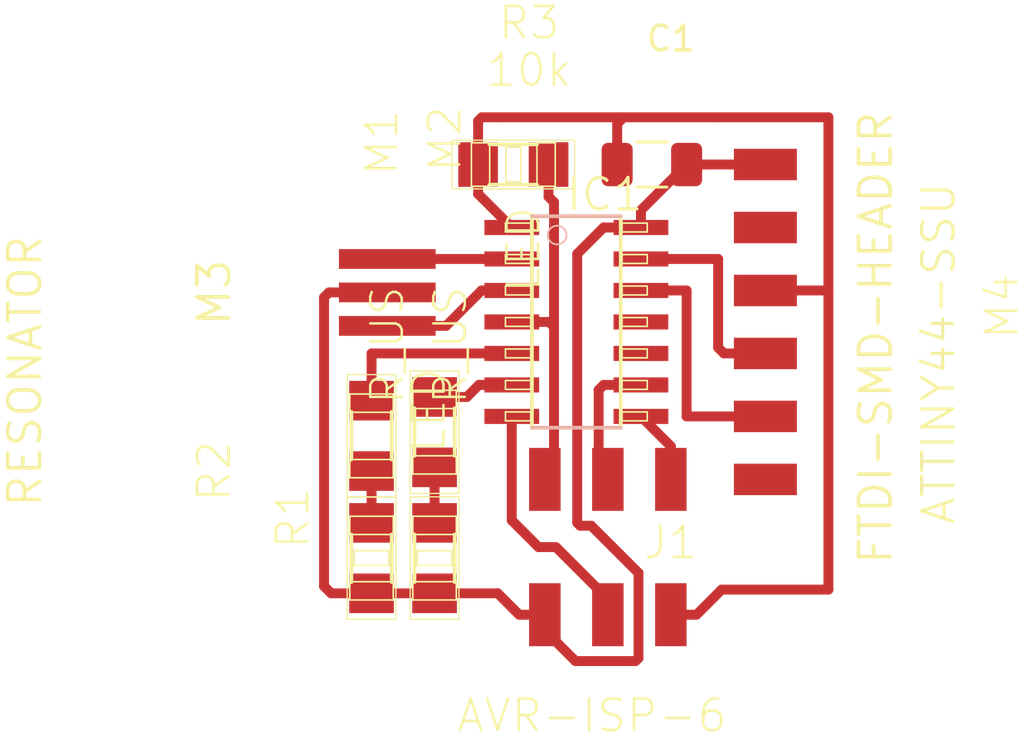
<source format=kicad_pcb>
(kicad_pcb (version 20171130) (host pcbnew 5.0.1-33cea8e~68~ubuntu16.04.1)

  (general
    (thickness 1.6)
    (drawings 0)
    (tracks 84)
    (zones 0)
    (modules 10)
    (nets 19)
  )

  (page A4)
  (layers
    (0 F.Cu signal)
    (31 B.Cu signal)
    (32 B.Adhes user)
    (33 F.Adhes user)
    (34 B.Paste user)
    (35 F.Paste user)
    (36 B.SilkS user)
    (37 F.SilkS user)
    (38 B.Mask user)
    (39 F.Mask user)
    (40 Dwgs.User user)
    (41 Cmts.User user)
    (42 Eco1.User user)
    (43 Eco2.User user)
    (44 Edge.Cuts user)
    (45 Margin user)
    (46 B.CrtYd user)
    (47 F.CrtYd user)
    (48 B.Fab user)
    (49 F.Fab user)
  )

  (setup
    (last_trace_width 0.4)
    (trace_clearance 0.4)
    (zone_clearance 0.508)
    (zone_45_only no)
    (trace_min 0.2)
    (segment_width 0.2)
    (edge_width 0.15)
    (via_size 0.8)
    (via_drill 0.4)
    (via_min_size 0.4)
    (via_min_drill 0.3)
    (uvia_size 0.3)
    (uvia_drill 0.1)
    (uvias_allowed no)
    (uvia_min_size 0.2)
    (uvia_min_drill 0.1)
    (pcb_text_width 0.3)
    (pcb_text_size 1.5 1.5)
    (mod_edge_width 0.15)
    (mod_text_size 1 1)
    (mod_text_width 0.15)
    (pad_size 1.524 1.524)
    (pad_drill 0.762)
    (pad_to_mask_clearance 0.051)
    (solder_mask_min_width 0.25)
    (aux_axis_origin 0 0)
    (visible_elements FFFFFF7F)
    (pcbplotparams
      (layerselection 0x010fc_ffffffff)
      (usegerberextensions false)
      (usegerberattributes false)
      (usegerberadvancedattributes false)
      (creategerberjobfile false)
      (excludeedgelayer true)
      (linewidth 0.100000)
      (plotframeref false)
      (viasonmask false)
      (mode 1)
      (useauxorigin false)
      (hpglpennumber 1)
      (hpglpenspeed 20)
      (hpglpendiameter 15.000000)
      (psnegative false)
      (psa4output false)
      (plotreference true)
      (plotvalue true)
      (plotinvisibletext false)
      (padsonsilk false)
      (subtractmaskfromsilk false)
      (outputformat 1)
      (mirror false)
      (drillshape 1)
      (scaleselection 1)
      (outputdirectory ""))
  )

  (net 0 "")
  (net 1 +5V)
  (net 2 Earth)
  (net 3 "Net-(IC1-Pad2)")
  (net 4 "Net-(IC1-Pad3)")
  (net 5 /RESET)
  (net 6 /MOSI)
  (net 7 /MISO)
  (net 8 /SCK)
  (net 9 /LED2)
  (net 10 /LED1)
  (net 11 "Net-(IC1-Pad12)")
  (net 12 "Net-(IC1-Pad13)")
  (net 13 "Net-(M4-Pad2)")
  (net 14 "Net-(M4-Pad6)")
  (net 15 "Net-(IC1-Pad10)")
  (net 16 "Net-(IC1-Pad11)")
  (net 17 "Net-(M1-Pad2)")
  (net 18 "Net-(M2-Pad2)")

  (net_class Default "This is the default net class."
    (clearance 0.4)
    (trace_width 0.4)
    (via_dia 0.8)
    (via_drill 0.4)
    (uvia_dia 0.3)
    (uvia_drill 0.1)
    (add_net +5V)
    (add_net /LED1)
    (add_net /LED2)
    (add_net /MISO)
    (add_net /MOSI)
    (add_net /RESET)
    (add_net /SCK)
    (add_net Earth)
    (add_net "Net-(IC1-Pad10)")
    (add_net "Net-(IC1-Pad11)")
    (add_net "Net-(IC1-Pad12)")
    (add_net "Net-(IC1-Pad13)")
    (add_net "Net-(IC1-Pad2)")
    (add_net "Net-(IC1-Pad3)")
    (add_net "Net-(M1-Pad2)")
    (add_net "Net-(M2-Pad2)")
    (add_net "Net-(M4-Pad2)")
    (add_net "Net-(M4-Pad6)")
  )

  (module fab:fab-R1206 (layer F.Cu) (tedit 200000) (tstamp 5BFD2EAA)
    (at 184.785 118.745 90)
    (descr RESISTOR)
    (tags RESISTOR)
    (path /5BFCDD72)
    (attr smd)
    (fp_text reference R2 (at 3.51028 -6.35 90) (layer F.SilkS)
      (effects (font (size 1.27 1.27) (thickness 0.1016)))
    )
    (fp_text value R_US (at 8.59028 0.635 90) (layer F.SilkS)
      (effects (font (size 1.27 1.27) (thickness 0.1016)))
    )
    (fp_line (start -1.6891 0.8763) (end -0.9525 0.8763) (layer F.SilkS) (width 0.06604))
    (fp_line (start -0.9525 0.8763) (end -0.9525 -0.8763) (layer F.SilkS) (width 0.06604))
    (fp_line (start -1.6891 -0.8763) (end -0.9525 -0.8763) (layer F.SilkS) (width 0.06604))
    (fp_line (start -1.6891 0.8763) (end -1.6891 -0.8763) (layer F.SilkS) (width 0.06604))
    (fp_line (start 0.9525 0.8763) (end 1.6891 0.8763) (layer F.SilkS) (width 0.06604))
    (fp_line (start 1.6891 0.8763) (end 1.6891 -0.8763) (layer F.SilkS) (width 0.06604))
    (fp_line (start 0.9525 -0.8763) (end 1.6891 -0.8763) (layer F.SilkS) (width 0.06604))
    (fp_line (start 0.9525 0.8763) (end 0.9525 -0.8763) (layer F.SilkS) (width 0.06604))
    (fp_line (start -0.29972 0.6985) (end 0.29972 0.6985) (layer F.SilkS) (width 0.06604))
    (fp_line (start 0.29972 0.6985) (end 0.29972 -0.6985) (layer F.SilkS) (width 0.06604))
    (fp_line (start -0.29972 -0.6985) (end 0.29972 -0.6985) (layer F.SilkS) (width 0.06604))
    (fp_line (start -0.29972 0.6985) (end -0.29972 -0.6985) (layer F.SilkS) (width 0.06604))
    (fp_line (start 0.9525 0.8128) (end -0.9652 0.8128) (layer F.SilkS) (width 0.1524))
    (fp_line (start 0.9525 -0.8128) (end -0.9652 -0.8128) (layer F.SilkS) (width 0.1524))
    (fp_line (start -2.47142 -0.98298) (end 2.47142 -0.98298) (layer F.SilkS) (width 0.0508))
    (fp_line (start 2.47142 -0.98298) (end 2.47142 0.98298) (layer F.SilkS) (width 0.0508))
    (fp_line (start 2.47142 0.98298) (end -2.47142 0.98298) (layer F.SilkS) (width 0.0508))
    (fp_line (start -2.47142 0.98298) (end -2.47142 -0.98298) (layer F.SilkS) (width 0.0508))
    (pad 1 smd rect (at -1.41986 0 90) (size 1.59766 1.80086) (layers F.Cu F.Paste F.Mask)
      (net 2 Earth))
    (pad 2 smd rect (at 1.41986 0 90) (size 1.59766 1.80086) (layers F.Cu F.Paste F.Mask)
      (net 17 "Net-(M1-Pad2)"))
  )

  (module fab:fab-2X03SMD (layer F.Cu) (tedit 5BFCE441) (tstamp 5BFD2E41)
    (at 194.31 118.11 270)
    (path /5BFD0A02)
    (attr smd)
    (fp_text reference J1 (at 0 -2.54) (layer F.SilkS)
      (effects (font (size 1.27 1.27) (thickness 0.1016)))
    )
    (fp_text value AVR-ISP-6 (at 6.985 0.635) (layer F.SilkS)
      (effects (font (size 1.27 1.27) (thickness 0.1016)))
    )
    (pad 1 smd rect (at -2.54 -2.54 270) (size 2.54 1.27) (layers F.Cu F.Paste F.Mask)
      (net 7 /MISO))
    (pad 2 smd rect (at 2.91846 -2.54 270) (size 2.54 1.27) (layers F.Cu F.Paste F.Mask)
      (net 1 +5V))
    (pad 3 smd rect (at -2.54 0 270) (size 2.54 1.27) (layers F.Cu F.Paste F.Mask)
      (net 8 /SCK))
    (pad 4 smd rect (at 2.91846 0 270) (size 2.54 1.27) (layers F.Cu F.Paste F.Mask)
      (net 6 /MOSI))
    (pad 5 smd rect (at -2.54 2.54 270) (size 2.54 1.27) (layers F.Cu F.Paste F.Mask)
      (net 5 /RESET))
    (pad 6 smd rect (at 2.91846 2.54 270) (size 2.54 1.27) (layers F.Cu F.Paste F.Mask)
      (net 2 Earth))
  )

  (module Capacitor_SMD:C_1206_3216Metric (layer F.Cu) (tedit 5B301BBE) (tstamp 5BFD2DE8)
    (at 196.085 102.87)
    (descr "Capacitor SMD 1206 (3216 Metric), square (rectangular) end terminal, IPC_7351 nominal, (Body size source: http://www.tortai-tech.com/upload/download/2011102023233369053.pdf), generated with kicad-footprint-generator")
    (tags capacitor)
    (path /5BFE9E63)
    (attr smd)
    (fp_text reference C1 (at 0.765 -5.08) (layer F.SilkS)
      (effects (font (size 1 1) (thickness 0.15)))
    )
    (fp_text value 1uF (at 0.765 -3.175) (layer F.Fab)
      (effects (font (size 1 1) (thickness 0.15)))
    )
    (fp_line (start -1.6 0.8) (end -1.6 -0.8) (layer F.Fab) (width 0.1))
    (fp_line (start -1.6 -0.8) (end 1.6 -0.8) (layer F.Fab) (width 0.1))
    (fp_line (start 1.6 -0.8) (end 1.6 0.8) (layer F.Fab) (width 0.1))
    (fp_line (start 1.6 0.8) (end -1.6 0.8) (layer F.Fab) (width 0.1))
    (fp_line (start -0.602064 -0.91) (end 0.602064 -0.91) (layer F.SilkS) (width 0.12))
    (fp_line (start -0.602064 0.91) (end 0.602064 0.91) (layer F.SilkS) (width 0.12))
    (fp_line (start -2.28 1.12) (end -2.28 -1.12) (layer F.CrtYd) (width 0.05))
    (fp_line (start -2.28 -1.12) (end 2.28 -1.12) (layer F.CrtYd) (width 0.05))
    (fp_line (start 2.28 -1.12) (end 2.28 1.12) (layer F.CrtYd) (width 0.05))
    (fp_line (start 2.28 1.12) (end -2.28 1.12) (layer F.CrtYd) (width 0.05))
    (fp_text user %R (at 0 0) (layer F.Fab)
      (effects (font (size 0.8 0.8) (thickness 0.12)))
    )
    (pad 1 smd roundrect (at -1.4 0) (size 1.25 1.75) (layers F.Cu F.Paste F.Mask) (roundrect_rratio 0.2)
      (net 1 +5V))
    (pad 2 smd roundrect (at 1.4 0) (size 1.25 1.75) (layers F.Cu F.Paste F.Mask) (roundrect_rratio 0.2)
      (net 2 Earth))
    (model ${KISYS3DMOD}/Capacitor_SMD.3dshapes/C_1206_3216Metric.wrl
      (at (xyz 0 0 0))
      (scale (xyz 1 1 1))
      (rotate (xyz 0 0 0))
    )
  )

  (module fab:fab-SOIC14 (layer F.Cu) (tedit 200000) (tstamp 5BFD2E37)
    (at 193.04 109.22 270)
    (descr "SMALL OUTLINE PACKAGE")
    (tags "SMALL OUTLINE PACKAGE")
    (path /5BFD66F6)
    (attr smd)
    (fp_text reference IC1 (at -5.1435 -1.143) (layer F.SilkS)
      (effects (font (size 1.27 1.27) (thickness 0.127)))
    )
    (fp_text value ATTINY44-SSU (at 1.27 -14.605 270) (layer F.SilkS)
      (effects (font (size 1.27 1.27) (thickness 0.127)))
    )
    (fp_line (start -3.9878 -1.8415) (end -3.62966 -1.8415) (layer F.SilkS) (width 0.06604))
    (fp_line (start -3.62966 -1.8415) (end -3.62966 -2.8575) (layer F.SilkS) (width 0.06604))
    (fp_line (start -3.9878 -2.8575) (end -3.62966 -2.8575) (layer F.SilkS) (width 0.06604))
    (fp_line (start -3.9878 -1.8415) (end -3.9878 -2.8575) (layer F.SilkS) (width 0.06604))
    (fp_line (start -2.7178 -1.8415) (end -2.3622 -1.8415) (layer F.SilkS) (width 0.06604))
    (fp_line (start -2.3622 -1.8415) (end -2.3622 -2.8575) (layer F.SilkS) (width 0.06604))
    (fp_line (start -2.7178 -2.8575) (end -2.3622 -2.8575) (layer F.SilkS) (width 0.06604))
    (fp_line (start -2.7178 -1.8415) (end -2.7178 -2.8575) (layer F.SilkS) (width 0.06604))
    (fp_line (start -1.4478 -1.8415) (end -1.08966 -1.8415) (layer F.SilkS) (width 0.06604))
    (fp_line (start -1.08966 -1.8415) (end -1.08966 -2.8575) (layer F.SilkS) (width 0.06604))
    (fp_line (start -1.4478 -2.8575) (end -1.08966 -2.8575) (layer F.SilkS) (width 0.06604))
    (fp_line (start -1.4478 -1.8415) (end -1.4478 -2.8575) (layer F.SilkS) (width 0.06604))
    (fp_line (start -0.1778 -1.8415) (end 0.1778 -1.8415) (layer F.SilkS) (width 0.06604))
    (fp_line (start 0.1778 -1.8415) (end 0.1778 -2.8575) (layer F.SilkS) (width 0.06604))
    (fp_line (start -0.1778 -2.8575) (end 0.1778 -2.8575) (layer F.SilkS) (width 0.06604))
    (fp_line (start -0.1778 -1.8415) (end -0.1778 -2.8575) (layer F.SilkS) (width 0.06604))
    (fp_line (start 1.08966 -1.8415) (end 1.4478 -1.8415) (layer F.SilkS) (width 0.06604))
    (fp_line (start 1.4478 -1.8415) (end 1.4478 -2.8575) (layer F.SilkS) (width 0.06604))
    (fp_line (start 1.08966 -2.8575) (end 1.4478 -2.8575) (layer F.SilkS) (width 0.06604))
    (fp_line (start 1.08966 -1.8415) (end 1.08966 -2.8575) (layer F.SilkS) (width 0.06604))
    (fp_line (start 2.3622 -1.8415) (end 2.7178 -1.8415) (layer F.SilkS) (width 0.06604))
    (fp_line (start 2.7178 -1.8415) (end 2.7178 -2.8575) (layer F.SilkS) (width 0.06604))
    (fp_line (start 2.3622 -2.8575) (end 2.7178 -2.8575) (layer F.SilkS) (width 0.06604))
    (fp_line (start 2.3622 -1.8415) (end 2.3622 -2.8575) (layer F.SilkS) (width 0.06604))
    (fp_line (start 3.62966 -1.8415) (end 3.9878 -1.8415) (layer F.SilkS) (width 0.06604))
    (fp_line (start 3.9878 -1.8415) (end 3.9878 -2.8575) (layer F.SilkS) (width 0.06604))
    (fp_line (start 3.62966 -2.8575) (end 3.9878 -2.8575) (layer F.SilkS) (width 0.06604))
    (fp_line (start 3.62966 -1.8415) (end 3.62966 -2.8575) (layer F.SilkS) (width 0.06604))
    (fp_line (start 3.62966 2.8575) (end 3.9878 2.8575) (layer F.SilkS) (width 0.06604))
    (fp_line (start 3.9878 2.8575) (end 3.9878 1.8415) (layer F.SilkS) (width 0.06604))
    (fp_line (start 3.62966 1.8415) (end 3.9878 1.8415) (layer F.SilkS) (width 0.06604))
    (fp_line (start 3.62966 2.8575) (end 3.62966 1.8415) (layer F.SilkS) (width 0.06604))
    (fp_line (start 2.3622 2.8575) (end 2.7178 2.8575) (layer F.SilkS) (width 0.06604))
    (fp_line (start 2.7178 2.8575) (end 2.7178 1.8415) (layer F.SilkS) (width 0.06604))
    (fp_line (start 2.3622 1.8415) (end 2.7178 1.8415) (layer F.SilkS) (width 0.06604))
    (fp_line (start 2.3622 2.8575) (end 2.3622 1.8415) (layer F.SilkS) (width 0.06604))
    (fp_line (start 1.08966 2.8575) (end 1.4478 2.8575) (layer F.SilkS) (width 0.06604))
    (fp_line (start 1.4478 2.8575) (end 1.4478 1.8415) (layer F.SilkS) (width 0.06604))
    (fp_line (start 1.08966 1.8415) (end 1.4478 1.8415) (layer F.SilkS) (width 0.06604))
    (fp_line (start 1.08966 2.8575) (end 1.08966 1.8415) (layer F.SilkS) (width 0.06604))
    (fp_line (start -0.1778 2.8575) (end 0.1778 2.8575) (layer F.SilkS) (width 0.06604))
    (fp_line (start 0.1778 2.8575) (end 0.1778 1.8415) (layer F.SilkS) (width 0.06604))
    (fp_line (start -0.1778 1.8415) (end 0.1778 1.8415) (layer F.SilkS) (width 0.06604))
    (fp_line (start -0.1778 2.8575) (end -0.1778 1.8415) (layer F.SilkS) (width 0.06604))
    (fp_line (start -1.4478 2.8575) (end -1.08966 2.8575) (layer F.SilkS) (width 0.06604))
    (fp_line (start -1.08966 2.8575) (end -1.08966 1.8415) (layer F.SilkS) (width 0.06604))
    (fp_line (start -1.4478 1.8415) (end -1.08966 1.8415) (layer F.SilkS) (width 0.06604))
    (fp_line (start -1.4478 2.8575) (end -1.4478 1.8415) (layer F.SilkS) (width 0.06604))
    (fp_line (start -2.7178 2.8575) (end -2.3622 2.8575) (layer F.SilkS) (width 0.06604))
    (fp_line (start -2.3622 2.8575) (end -2.3622 1.8415) (layer F.SilkS) (width 0.06604))
    (fp_line (start -2.7178 1.8415) (end -2.3622 1.8415) (layer F.SilkS) (width 0.06604))
    (fp_line (start -2.7178 2.8575) (end -2.7178 1.8415) (layer F.SilkS) (width 0.06604))
    (fp_line (start -3.9878 2.8575) (end -3.62966 2.8575) (layer F.SilkS) (width 0.06604))
    (fp_line (start -3.62966 2.8575) (end -3.62966 1.8415) (layer F.SilkS) (width 0.06604))
    (fp_line (start -3.9878 1.8415) (end -3.62966 1.8415) (layer F.SilkS) (width 0.06604))
    (fp_line (start -3.9878 2.8575) (end -3.9878 1.8415) (layer F.SilkS) (width 0.06604))
    (fp_line (start -4.26466 1.7907) (end 4.26466 1.7907) (layer F.SilkS) (width 0.1524))
    (fp_line (start 4.26466 1.7907) (end 4.26466 -1.7907) (layer B.SilkS) (width 0.1524))
    (fp_line (start 4.26466 -1.7907) (end -4.26466 -1.7907) (layer F.SilkS) (width 0.1524))
    (fp_line (start -4.26466 -1.7907) (end -4.26466 1.7907) (layer B.SilkS) (width 0.1524))
    (fp_circle (center -3.5052 0.7747) (end -3.7719 1.0414) (layer B.SilkS) (width 0.0762))
    (pad 1 smd rect (at -3.81 2.6035 270) (size 0.6096 2.20726) (layers F.Cu F.Paste F.Mask)
      (net 1 +5V))
    (pad 2 smd rect (at -2.54 2.6035 270) (size 0.6096 2.20726) (layers F.Cu F.Paste F.Mask)
      (net 3 "Net-(IC1-Pad2)"))
    (pad 3 smd rect (at -1.27 2.6035 270) (size 0.6096 2.20726) (layers F.Cu F.Paste F.Mask)
      (net 4 "Net-(IC1-Pad3)"))
    (pad 4 smd rect (at 0 2.6035 270) (size 0.6096 2.20726) (layers F.Cu F.Paste F.Mask)
      (net 5 /RESET))
    (pad 5 smd rect (at 1.27 2.6035 270) (size 0.6096 2.20726) (layers F.Cu F.Paste F.Mask)
      (net 10 /LED1))
    (pad 6 smd rect (at 2.54 2.6035 270) (size 0.6096 2.20726) (layers F.Cu F.Paste F.Mask)
      (net 9 /LED2))
    (pad 7 smd rect (at 3.81 2.6035 270) (size 0.6096 2.20726) (layers F.Cu F.Paste F.Mask)
      (net 6 /MOSI))
    (pad 8 smd rect (at 3.81 -2.6035 270) (size 0.6096 2.20726) (layers F.Cu F.Paste F.Mask)
      (net 7 /MISO))
    (pad 9 smd rect (at 2.54 -2.6035 270) (size 0.6096 2.20726) (layers F.Cu F.Paste F.Mask)
      (net 8 /SCK))
    (pad 10 smd rect (at 1.27 -2.6035 270) (size 0.6096 2.20726) (layers F.Cu F.Paste F.Mask)
      (net 15 "Net-(IC1-Pad10)"))
    (pad 11 smd rect (at 0 -2.6035 270) (size 0.6096 2.20726) (layers F.Cu F.Paste F.Mask)
      (net 16 "Net-(IC1-Pad11)"))
    (pad 12 smd rect (at -1.27 -2.6035 270) (size 0.6096 2.20726) (layers F.Cu F.Paste F.Mask)
      (net 11 "Net-(IC1-Pad12)"))
    (pad 13 smd rect (at -2.54 -2.6035 270) (size 0.6096 2.20726) (layers F.Cu F.Paste F.Mask)
      (net 12 "Net-(IC1-Pad13)"))
    (pad 14 smd rect (at -3.81 -2.6035 270) (size 0.6096 2.20726) (layers F.Cu F.Paste F.Mask)
      (net 2 Earth))
  )

  (module fab:fab-LED1206 (layer F.Cu) (tedit 200000) (tstamp 5BFD2E55)
    (at 184.785 113.81486 270)
    (descr "LED 1206 PADS (STANDARD PATTERN)")
    (tags "LED 1206 PADS (STANDARD PATTERN)")
    (path /5BFCBDA2)
    (attr smd)
    (fp_text reference M1 (at -11.825686 -0.411869 270) (layer F.SilkS)
      (effects (font (size 1.27 1.27) (thickness 0.1016)))
    )
    (fp_text value LED (at -1.030686 -2.316869 270) (layer F.SilkS)
      (effects (font (size 1.27 1.27) (thickness 0.1016)))
    )
    (fp_line (start -1.6891 0.8763) (end -0.9525 0.8763) (layer F.SilkS) (width 0.06604))
    (fp_line (start -0.9525 0.8763) (end -0.9525 -0.8763) (layer F.SilkS) (width 0.06604))
    (fp_line (start -1.6891 -0.8763) (end -0.9525 -0.8763) (layer F.SilkS) (width 0.06604))
    (fp_line (start -1.6891 0.8763) (end -1.6891 -0.8763) (layer F.SilkS) (width 0.06604))
    (fp_line (start 0.9525 0.8763) (end 1.6891 0.8763) (layer F.SilkS) (width 0.06604))
    (fp_line (start 1.6891 0.8763) (end 1.6891 -0.8763) (layer F.SilkS) (width 0.06604))
    (fp_line (start 0.9525 -0.8763) (end 1.6891 -0.8763) (layer F.SilkS) (width 0.06604))
    (fp_line (start 0.9525 0.8763) (end 0.9525 -0.8763) (layer F.SilkS) (width 0.06604))
    (fp_line (start 0.9525 0.8128) (end -0.9652 0.8128) (layer F.SilkS) (width 0.1524))
    (fp_line (start 0.9525 -0.8128) (end -0.9652 -0.8128) (layer F.SilkS) (width 0.1524))
    (fp_line (start -2.47142 -0.98298) (end 2.47142 -0.98298) (layer F.SilkS) (width 0.0508))
    (fp_line (start 2.47142 -0.98298) (end 2.47142 0.98298) (layer F.SilkS) (width 0.0508))
    (fp_line (start 2.47142 0.98298) (end -2.47142 0.98298) (layer F.SilkS) (width 0.0508))
    (fp_line (start -2.47142 0.98298) (end -2.47142 -0.98298) (layer F.SilkS) (width 0.0508))
    (pad 1 smd rect (at -1.41986 0 270) (size 1.59766 1.80086) (layers F.Cu F.Paste F.Mask)
      (net 10 /LED1))
    (pad 2 smd rect (at 1.41986 0 270) (size 1.59766 1.80086) (layers F.Cu F.Paste F.Mask)
      (net 17 "Net-(M1-Pad2)"))
  )

  (module fab:fab-LED1206 (layer F.Cu) (tedit 200000) (tstamp 5BFD2E69)
    (at 187.325 113.665 270)
    (descr "LED 1206 PADS (STANDARD PATTERN)")
    (tags "LED 1206 PADS (STANDARD PATTERN)")
    (path /5BFCBF7E)
    (attr smd)
    (fp_text reference M2 (at -11.825686 -0.411869 270) (layer F.SilkS)
      (effects (font (size 1.27 1.27) (thickness 0.1016)))
    )
    (fp_text value LED (at -7.380686 -3.586869 270) (layer F.SilkS)
      (effects (font (size 1.27 1.27) (thickness 0.1016)))
    )
    (fp_line (start -2.47142 0.98298) (end -2.47142 -0.98298) (layer F.SilkS) (width 0.0508))
    (fp_line (start 2.47142 0.98298) (end -2.47142 0.98298) (layer F.SilkS) (width 0.0508))
    (fp_line (start 2.47142 -0.98298) (end 2.47142 0.98298) (layer F.SilkS) (width 0.0508))
    (fp_line (start -2.47142 -0.98298) (end 2.47142 -0.98298) (layer F.SilkS) (width 0.0508))
    (fp_line (start 0.9525 -0.8128) (end -0.9652 -0.8128) (layer F.SilkS) (width 0.1524))
    (fp_line (start 0.9525 0.8128) (end -0.9652 0.8128) (layer F.SilkS) (width 0.1524))
    (fp_line (start 0.9525 0.8763) (end 0.9525 -0.8763) (layer F.SilkS) (width 0.06604))
    (fp_line (start 0.9525 -0.8763) (end 1.6891 -0.8763) (layer F.SilkS) (width 0.06604))
    (fp_line (start 1.6891 0.8763) (end 1.6891 -0.8763) (layer F.SilkS) (width 0.06604))
    (fp_line (start 0.9525 0.8763) (end 1.6891 0.8763) (layer F.SilkS) (width 0.06604))
    (fp_line (start -1.6891 0.8763) (end -1.6891 -0.8763) (layer F.SilkS) (width 0.06604))
    (fp_line (start -1.6891 -0.8763) (end -0.9525 -0.8763) (layer F.SilkS) (width 0.06604))
    (fp_line (start -0.9525 0.8763) (end -0.9525 -0.8763) (layer F.SilkS) (width 0.06604))
    (fp_line (start -1.6891 0.8763) (end -0.9525 0.8763) (layer F.SilkS) (width 0.06604))
    (pad 2 smd rect (at 1.41986 0 270) (size 1.59766 1.80086) (layers F.Cu F.Paste F.Mask)
      (net 18 "Net-(M2-Pad2)"))
    (pad 1 smd rect (at -1.41986 0 270) (size 1.59766 1.80086) (layers F.Cu F.Paste F.Mask)
      (net 9 /LED2))
  )

  (module fab:fab-EFOBM (layer F.Cu) (tedit 200000) (tstamp 5BFD2E70)
    (at 185.42 108.02874 270)
    (path /5BFDCD31)
    (attr smd)
    (fp_text reference M3 (at 0 6.985 270) (layer F.SilkS)
      (effects (font (size 1.27 1.27) (thickness 0.15)))
    )
    (fp_text value RESONATOR (at 3.175 14.605 270) (layer F.SilkS)
      (effects (font (size 1.27 1.27) (thickness 0.15)))
    )
    (pad 1 smd rect (at -1.34874 0) (size 3.8989 0.79756) (layers F.Cu F.Paste F.Mask)
      (net 3 "Net-(IC1-Pad2)"))
    (pad 2 smd rect (at 0 0 180) (size 3.8989 0.79756) (layers F.Cu F.Paste F.Mask)
      (net 2 Earth))
    (pad 3 smd rect (at 1.34874 0 180) (size 3.8989 0.79756) (layers F.Cu F.Paste F.Mask)
      (net 4 "Net-(IC1-Pad3)"))
  )

  (module fab:fab-1X06SMD (layer F.Cu) (tedit 200000) (tstamp 5BFD2E7A)
    (at 200.66 109.22)
    (path /5BFD3B30)
    (attr smd)
    (fp_text reference M4 (at 9.525 -0.635 90) (layer F.SilkS)
      (effects (font (size 1.27 1.27) (thickness 0.1016)))
    )
    (fp_text value FTDI-SMD-HEADER (at 4.445 0.635 270) (layer F.SilkS)
      (effects (font (size 1.27 1.27) (thickness 0.15)))
    )
    (pad 1 smd rect (at 0 -6.35) (size 2.54 1.27) (layers F.Cu F.Paste F.Mask)
      (net 2 Earth))
    (pad 2 smd rect (at 0 -3.81) (size 2.54 1.27) (layers F.Cu F.Paste F.Mask)
      (net 13 "Net-(M4-Pad2)"))
    (pad 3 smd rect (at 0 -1.27) (size 2.54 1.27) (layers F.Cu F.Paste F.Mask)
      (net 1 +5V))
    (pad 4 smd rect (at 0 1.27) (size 2.54 1.27) (layers F.Cu F.Paste F.Mask)
      (net 12 "Net-(IC1-Pad13)"))
    (pad 5 smd rect (at 0 3.81) (size 2.54 1.27) (layers F.Cu F.Paste F.Mask)
      (net 11 "Net-(IC1-Pad12)"))
    (pad 6 smd rect (at 0 6.35) (size 2.54 1.27) (layers F.Cu F.Paste F.Mask)
      (net 14 "Net-(M4-Pad6)"))
  )

  (module fab:fab-R1206 (layer F.Cu) (tedit 200000) (tstamp 5BFD2E92)
    (at 187.325 118.745 90)
    (descr RESISTOR)
    (tags RESISTOR)
    (path /5BFCDCD5)
    (attr smd)
    (fp_text reference R1 (at 1.60528 -5.715 90) (layer F.SilkS)
      (effects (font (size 1.27 1.27) (thickness 0.1016)))
    )
    (fp_text value R_US (at 8.59028 0.635 90) (layer F.SilkS)
      (effects (font (size 1.27 1.27) (thickness 0.1016)))
    )
    (fp_line (start -2.47142 0.98298) (end -2.47142 -0.98298) (layer F.SilkS) (width 0.0508))
    (fp_line (start 2.47142 0.98298) (end -2.47142 0.98298) (layer F.SilkS) (width 0.0508))
    (fp_line (start 2.47142 -0.98298) (end 2.47142 0.98298) (layer F.SilkS) (width 0.0508))
    (fp_line (start -2.47142 -0.98298) (end 2.47142 -0.98298) (layer F.SilkS) (width 0.0508))
    (fp_line (start 0.9525 -0.8128) (end -0.9652 -0.8128) (layer F.SilkS) (width 0.1524))
    (fp_line (start 0.9525 0.8128) (end -0.9652 0.8128) (layer F.SilkS) (width 0.1524))
    (fp_line (start -0.29972 0.6985) (end -0.29972 -0.6985) (layer F.SilkS) (width 0.06604))
    (fp_line (start -0.29972 -0.6985) (end 0.29972 -0.6985) (layer F.SilkS) (width 0.06604))
    (fp_line (start 0.29972 0.6985) (end 0.29972 -0.6985) (layer F.SilkS) (width 0.06604))
    (fp_line (start -0.29972 0.6985) (end 0.29972 0.6985) (layer F.SilkS) (width 0.06604))
    (fp_line (start 0.9525 0.8763) (end 0.9525 -0.8763) (layer F.SilkS) (width 0.06604))
    (fp_line (start 0.9525 -0.8763) (end 1.6891 -0.8763) (layer F.SilkS) (width 0.06604))
    (fp_line (start 1.6891 0.8763) (end 1.6891 -0.8763) (layer F.SilkS) (width 0.06604))
    (fp_line (start 0.9525 0.8763) (end 1.6891 0.8763) (layer F.SilkS) (width 0.06604))
    (fp_line (start -1.6891 0.8763) (end -1.6891 -0.8763) (layer F.SilkS) (width 0.06604))
    (fp_line (start -1.6891 -0.8763) (end -0.9525 -0.8763) (layer F.SilkS) (width 0.06604))
    (fp_line (start -0.9525 0.8763) (end -0.9525 -0.8763) (layer F.SilkS) (width 0.06604))
    (fp_line (start -1.6891 0.8763) (end -0.9525 0.8763) (layer F.SilkS) (width 0.06604))
    (pad 2 smd rect (at 1.41986 0 90) (size 1.59766 1.80086) (layers F.Cu F.Paste F.Mask)
      (net 18 "Net-(M2-Pad2)"))
    (pad 1 smd rect (at -1.41986 0 90) (size 1.59766 1.80086) (layers F.Cu F.Paste F.Mask)
      (net 2 Earth))
  )

  (module fab:fab-R1206 (layer F.Cu) (tedit 5BFCE36A) (tstamp 5BFD2EC2)
    (at 190.5 102.87)
    (descr RESISTOR)
    (tags RESISTOR)
    (path /5BFCDB65)
    (attr smd)
    (fp_text reference R3 (at 0.635 -5.715) (layer F.SilkS)
      (effects (font (size 1.27 1.27) (thickness 0.1016)))
    )
    (fp_text value 10k (at 0.635 -3.81) (layer F.SilkS)
      (effects (font (size 1.27 1.27) (thickness 0.1016)))
    )
    (fp_line (start -1.6891 0.8763) (end -0.9525 0.8763) (layer F.SilkS) (width 0.06604))
    (fp_line (start -0.9525 0.8763) (end -0.9525 -0.8763) (layer F.SilkS) (width 0.06604))
    (fp_line (start -1.6891 -0.8763) (end -0.9525 -0.8763) (layer F.SilkS) (width 0.06604))
    (fp_line (start -1.6891 0.8763) (end -1.6891 -0.8763) (layer F.SilkS) (width 0.06604))
    (fp_line (start 0.9525 0.8763) (end 1.6891 0.8763) (layer F.SilkS) (width 0.06604))
    (fp_line (start 1.6891 0.8763) (end 1.6891 -0.8763) (layer F.SilkS) (width 0.06604))
    (fp_line (start 0.9525 -0.8763) (end 1.6891 -0.8763) (layer F.SilkS) (width 0.06604))
    (fp_line (start 0.9525 0.8763) (end 0.9525 -0.8763) (layer F.SilkS) (width 0.06604))
    (fp_line (start -0.29972 0.6985) (end 0.29972 0.6985) (layer F.SilkS) (width 0.06604))
    (fp_line (start 0.29972 0.6985) (end 0.29972 -0.6985) (layer F.SilkS) (width 0.06604))
    (fp_line (start -0.29972 -0.6985) (end 0.29972 -0.6985) (layer F.SilkS) (width 0.06604))
    (fp_line (start -0.29972 0.6985) (end -0.29972 -0.6985) (layer F.SilkS) (width 0.06604))
    (fp_line (start 0.9525 0.8128) (end -0.9652 0.8128) (layer F.SilkS) (width 0.1524))
    (fp_line (start 0.9525 -0.8128) (end -0.9652 -0.8128) (layer F.SilkS) (width 0.1524))
    (fp_line (start -2.47142 -0.98298) (end 2.47142 -0.98298) (layer F.SilkS) (width 0.0508))
    (fp_line (start 2.47142 -0.98298) (end 2.47142 0.98298) (layer F.SilkS) (width 0.0508))
    (fp_line (start 2.47142 0.98298) (end -2.47142 0.98298) (layer F.SilkS) (width 0.0508))
    (fp_line (start -2.47142 0.98298) (end -2.47142 -0.98298) (layer F.SilkS) (width 0.0508))
    (pad 1 smd rect (at -1.41986 0) (size 1.59766 1.80086) (layers F.Cu F.Paste F.Mask)
      (net 1 +5V))
    (pad 2 smd rect (at 1.41986 0) (size 1.59766 1.80086) (layers F.Cu F.Paste F.Mask)
      (net 5 /RESET))
  )

  (segment (start 189.08014 104.05364) (end 190.4365 105.41) (width 0.4) (layer F.Cu) (net 1))
  (segment (start 189.08014 102.87) (end 189.08014 104.05364) (width 0.4) (layer F.Cu) (net 1))
  (segment (start 194.685 101.225) (end 194.685 102.87) (width 0.4) (layer F.Cu) (net 1))
  (segment (start 194.945 100.965) (end 194.685 101.225) (width 0.4) (layer F.Cu) (net 1))
  (segment (start 189.08014 102.87) (end 189.08014 101.11486) (width 0.4) (layer F.Cu) (net 1))
  (segment (start 189.08014 101.11486) (end 189.23 100.965) (width 0.4) (layer F.Cu) (net 1))
  (segment (start 203.2 100.965) (end 203.2 107.95) (width 0.4) (layer F.Cu) (net 1))
  (segment (start 203.2 107.95) (end 200.66 107.95) (width 0.4) (layer F.Cu) (net 1))
  (segment (start 203.2 120.015) (end 203.2 107.95) (width 0.4) (layer F.Cu) (net 1))
  (segment (start 198.89846 120.015) (end 203.2 120.015) (width 0.4) (layer F.Cu) (net 1))
  (segment (start 197.885 121.02846) (end 198.89846 120.015) (width 0.4) (layer F.Cu) (net 1))
  (segment (start 196.85 121.02846) (end 197.885 121.02846) (width 0.4) (layer F.Cu) (net 1))
  (segment (start 198.755 100.965) (end 203.2 100.965) (width 0.4) (layer F.Cu) (net 1))
  (segment (start 194.945 100.965) (end 198.755 100.965) (width 0.4) (layer F.Cu) (net 1))
  (segment (start 188.857009 102.646869) (end 189.08014 102.87) (width 0.4) (layer F.Cu) (net 1))
  (segment (start 189.23 100.965) (end 189.865 100.965) (width 0.4) (layer F.Cu) (net 1))
  (segment (start 189.865 100.965) (end 194.945 100.965) (width 0.4) (layer F.Cu) (net 1))
  (segment (start 191.77 121.02846) (end 191.77 120.39346) (width 0.4) (layer F.Cu) (net 2))
  (segment (start 195.6435 104.7115) (end 197.485 102.87) (width 0.4) (layer F.Cu) (net 2))
  (segment (start 195.6435 105.41) (end 195.6435 104.7115) (width 0.4) (layer F.Cu) (net 2))
  (segment (start 194.84467 105.41) (end 195.6435 105.41) (width 0.4) (layer F.Cu) (net 2))
  (segment (start 197.485 102.87) (end 200.66 102.87) (width 0.4) (layer F.Cu) (net 2))
  (segment (start 189.8714 120.16486) (end 187.325 120.16486) (width 0.4) (layer F.Cu) (net 2))
  (segment (start 191.77 121.02846) (end 190.735 121.02846) (width 0.4) (layer F.Cu) (net 2))
  (segment (start 190.735 121.02846) (end 189.8714 120.16486) (width 0.4) (layer F.Cu) (net 2))
  (segment (start 187.325 120.16486) (end 184.785 120.16486) (width 0.4) (layer F.Cu) (net 2))
  (segment (start 193.074999 106.474871) (end 194.13987 105.41) (width 0.4) (layer F.Cu) (net 2))
  (segment (start 193.194999 117.440001) (end 193.074999 117.320001) (width 0.4) (layer F.Cu) (net 2))
  (segment (start 193.640001 117.440001) (end 193.194999 117.440001) (width 0.4) (layer F.Cu) (net 2))
  (segment (start 194.13987 105.41) (end 195.6435 105.41) (width 0.4) (layer F.Cu) (net 2))
  (segment (start 195.545001 119.345001) (end 193.640001 117.440001) (width 0.4) (layer F.Cu) (net 2))
  (segment (start 195.545001 122.778461) (end 195.545001 119.345001) (width 0.4) (layer F.Cu) (net 2))
  (segment (start 193.074999 117.320001) (end 193.074999 106.474871) (width 0.4) (layer F.Cu) (net 2))
  (segment (start 195.425001 122.898461) (end 195.545001 122.778461) (width 0.4) (layer F.Cu) (net 2))
  (segment (start 193.005001 122.898461) (end 195.425001 122.898461) (width 0.4) (layer F.Cu) (net 2))
  (segment (start 191.77 121.66346) (end 193.005001 122.898461) (width 0.4) (layer F.Cu) (net 2))
  (segment (start 191.77 121.02846) (end 191.77 121.66346) (width 0.4) (layer F.Cu) (net 2))
  (segment (start 182.870549 108.228741) (end 182.870549 119.878549) (width 0.4) (layer F.Cu) (net 2))
  (segment (start 183.15686 120.16486) (end 184.785 120.16486) (width 0.4) (layer F.Cu) (net 2))
  (segment (start 182.870549 119.878549) (end 183.15686 120.16486) (width 0.4) (layer F.Cu) (net 2))
  (segment (start 183.07055 108.02874) (end 185.42 108.02874) (width 0.4) (layer F.Cu) (net 2))
  (segment (start 182.870549 108.228741) (end 183.07055 108.02874) (width 0.4) (layer F.Cu) (net 2))
  (segment (start 189.63767 106.68) (end 190.4365 106.68) (width 0.4) (layer F.Cu) (net 3))
  (segment (start 185.42 106.68) (end 190.4365 106.68) (width 0.4) (layer F.Cu) (net 3))
  (segment (start 190.35776 108.02874) (end 190.4365 107.95) (width 0.4) (layer F.Cu) (net 4))
  (segment (start 189.218068 107.95) (end 190.4365 107.95) (width 0.4) (layer F.Cu) (net 4))
  (segment (start 187.790588 109.37748) (end 189.218068 107.95) (width 0.4) (layer F.Cu) (net 4))
  (segment (start 185.42 109.37748) (end 187.790588 109.37748) (width 0.4) (layer F.Cu) (net 4))
  (segment (start 191.23533 109.22) (end 190.4365 109.22) (width 0.4) (layer F.Cu) (net 5))
  (segment (start 192.140131 109.420001) (end 191.94013 109.22) (width 0.4) (layer F.Cu) (net 5))
  (segment (start 191.94013 109.22) (end 190.4365 109.22) (width 0.4) (layer F.Cu) (net 5))
  (segment (start 192.140131 115.199869) (end 192.140131 109.420001) (width 0.4) (layer F.Cu) (net 5))
  (segment (start 191.77 115.57) (end 192.140131 115.199869) (width 0.4) (layer F.Cu) (net 5))
  (segment (start 192.140131 104.390701) (end 191.91986 104.17043) (width 0.4) (layer F.Cu) (net 5))
  (segment (start 191.91986 104.17043) (end 191.91986 102.87) (width 0.4) (layer F.Cu) (net 5))
  (segment (start 192.140131 109.420001) (end 192.140131 104.390701) (width 0.4) (layer F.Cu) (net 5))
  (segment (start 194.31 121.66346) (end 194.31 121.02846) (width 0.4) (layer F.Cu) (net 6))
  (segment (start 190.4365 113.03) (end 190.4365 117.221502) (width 0.4) (layer F.Cu) (net 6))
  (segment (start 192.217542 118.301002) (end 191.516 118.301002) (width 0.4) (layer F.Cu) (net 6))
  (segment (start 194.31 120.39346) (end 192.217542 118.301002) (width 0.4) (layer F.Cu) (net 6))
  (segment (start 194.31 121.02846) (end 194.31 120.39346) (width 0.4) (layer F.Cu) (net 6))
  (segment (start 190.4365 117.221502) (end 191.516 118.301002) (width 0.4) (layer F.Cu) (net 6))
  (segment (start 196.85 114.2365) (end 195.6435 113.03) (width 0.4) (layer F.Cu) (net 7))
  (segment (start 196.85 115.57) (end 196.85 114.2365) (width 0.4) (layer F.Cu) (net 7))
  (segment (start 194.84467 111.76) (end 195.6435 111.76) (width 0.4) (layer F.Cu) (net 8))
  (segment (start 194.13987 111.76) (end 195.6435 111.76) (width 0.4) (layer F.Cu) (net 8))
  (segment (start 193.939869 111.960001) (end 194.13987 111.76) (width 0.4) (layer F.Cu) (net 8))
  (segment (start 193.939869 115.199869) (end 193.939869 111.960001) (width 0.4) (layer F.Cu) (net 8))
  (segment (start 194.31 115.57) (end 193.939869 115.199869) (width 0.4) (layer F.Cu) (net 8))
  (segment (start 188.62543 112.24514) (end 189.11057 111.76) (width 0.4) (layer F.Cu) (net 9))
  (segment (start 189.11057 111.76) (end 189.23 111.76) (width 0.4) (layer F.Cu) (net 9))
  (segment (start 187.325 112.24514) (end 188.62543 112.24514) (width 0.4) (layer F.Cu) (net 9))
  (segment (start 189.23 111.76) (end 190.4365 111.76) (width 0.4) (layer F.Cu) (net 9))
  (segment (start 184.785 110.49) (end 190.4365 110.49) (width 0.4) (layer F.Cu) (net 10))
  (segment (start 184.785 112.395) (end 184.785 110.49) (width 0.4) (layer F.Cu) (net 10))
  (segment (start 195.6435 107.95) (end 197.485 107.95) (width 0.4) (layer F.Cu) (net 11))
  (segment (start 197.485 107.95) (end 197.485 113.03) (width 0.4) (layer F.Cu) (net 11))
  (segment (start 197.485 113.03) (end 200.66 113.03) (width 0.4) (layer F.Cu) (net 11))
  (segment (start 200.66 110.49) (end 198.99 110.49) (width 0.4) (layer F.Cu) (net 12))
  (segment (start 198.99 110.49) (end 198.755 110.255) (width 0.4) (layer F.Cu) (net 12))
  (segment (start 198.755 110.255) (end 198.755 106.68) (width 0.4) (layer F.Cu) (net 12))
  (segment (start 198.755 106.68) (end 195.6435 106.68) (width 0.4) (layer F.Cu) (net 12))
  (segment (start 184.785 117.32514) (end 184.785 115.23472) (width 0.4) (layer F.Cu) (net 17))
  (segment (start 187.325 117.32514) (end 187.325 115.08486) (width 0.4) (layer F.Cu) (net 18))

)

</source>
